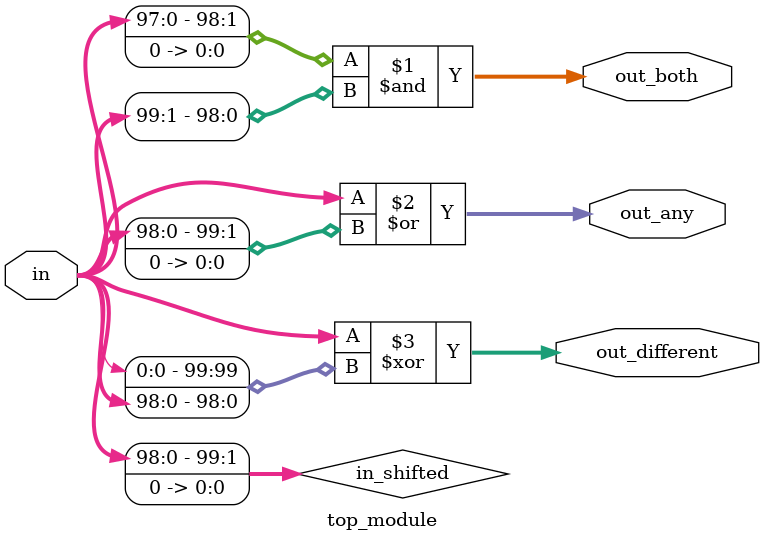
<source format=sv>
module top_module (
    input [99:0] in,
    output [98:0] out_both,
    output [99:0] out_any,
    output [99:0] out_different
);
    wire [99:0] in_shifted;
    
    assign in_shifted = {in[98:0], 1'b0};
    
    assign out_both = in_shifted[98:0] & in[99:1];
    assign out_any = in | in_shifted;
    assign out_different = in ^ {in[0], in_shifted[99:1]};
    
endmodule

</source>
